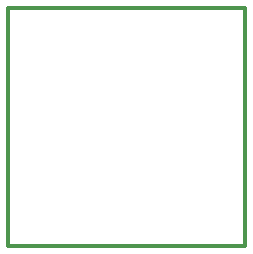
<source format=gm1>
G04*
G04 #@! TF.GenerationSoftware,Altium Limited,Altium Designer,18.0.11 (651)*
G04*
G04 Layer_Color=16711935*
%FSAX44Y44*%
%MOMM*%
G71*
G01*
G75*
%ADD10C,0.3000*%
D10*
X01070483Y00718566D02*
Y00920496D01*
X00869442D02*
X01070483D01*
X00869442Y00718566D02*
X01070483D01*
X00869442D02*
Y00920496D01*
M02*

</source>
